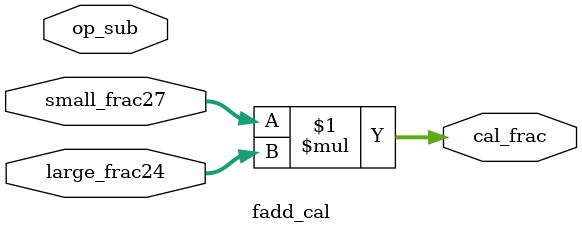
<source format=v>
`timescale 1ns / 1ps

module fadd_cal (op_sub,large_frac24,small_frac27, cal_frac); // calculation
	//1 5 10
	input [10:0] large_frac24;
	input op_sub;
	input [10:0] small_frac27;
	output [26:0] cal_frac;
	//補上grs,以及避免溢位狀況,共28bit
	/*//23+3+1
	wire [14:0] aligned_large_frac = {1'b0,large_frac24,3'b000};
	wire [14:0] aligned_small_frac = {1'b0,small_frac27};
	//相減或相加
	assign cal_frac = op_sub?
	aligned_large_frac - aligned_small_frac :
	aligned_large_frac + aligned_small_frac;*/

	assign cal_frac=small_frac27*large_frac24;


endmodule
</source>
